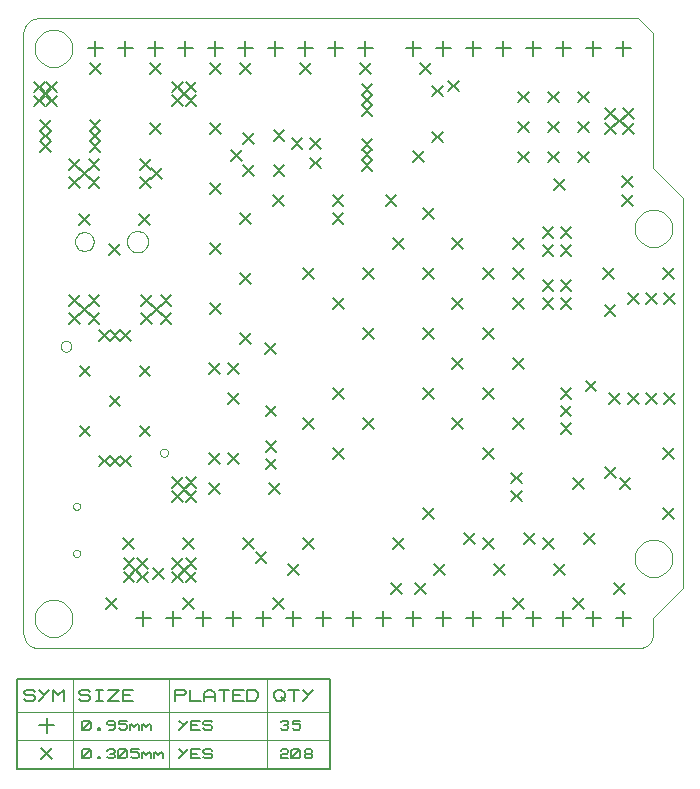
<source format=gbr>
G04 PROTEUS RS274X GERBER FILE*
%FSLAX45Y45*%
%MOMM*%
G01*
%ADD44C,0.127000*%
%ADD42C,0.025400*%
%ADD113C,0.063500*%
D44*
X+1734149Y+1653101D02*
X+1823951Y+1563299D01*
X+1734149Y+1563299D02*
X+1823951Y+1653101D01*
X+2049299Y+2054901D02*
X+2139101Y+1965099D01*
X+2049299Y+1965099D02*
X+2139101Y+2054901D01*
X+2049299Y+1754901D02*
X+2139101Y+1665099D01*
X+2049299Y+1665099D02*
X+2139101Y+1754901D01*
X+1734149Y+2161101D02*
X+1823951Y+2071299D01*
X+1734149Y+2071299D02*
X+1823951Y+2161101D01*
X+1574149Y+2415101D02*
X+1663951Y+2325299D01*
X+1574149Y+2325299D02*
X+1663951Y+2415101D01*
X+2049299Y+1604901D02*
X+2139101Y+1515099D01*
X+2049299Y+1515099D02*
X+2139101Y+1604901D01*
X+1315299Y+706851D02*
X+1405101Y+617049D01*
X+1315299Y+617049D02*
X+1405101Y+706851D01*
X+2863149Y+4685801D02*
X+2952951Y+4595999D01*
X+2863149Y+4595999D02*
X+2952951Y+4685801D01*
X+2269421Y+4317778D02*
X+2359223Y+4227976D01*
X+2269421Y+4227976D02*
X+2359223Y+4317778D01*
X+1860199Y+4361301D02*
X+1950001Y+4271499D01*
X+1860199Y+4271499D02*
X+1950001Y+4361301D01*
X+2863149Y+4596901D02*
X+2952951Y+4507099D01*
X+2863149Y+4507099D02*
X+2952951Y+4596901D01*
X+2863149Y+4774701D02*
X+2952951Y+4684899D01*
X+2863149Y+4684899D02*
X+2952951Y+4774701D01*
X+1315299Y+4739201D02*
X+1405101Y+4649399D01*
X+1315299Y+4649399D02*
X+1405101Y+4739201D01*
X+1372449Y+4682051D02*
X+1462251Y+4592249D01*
X+1372449Y+4592249D02*
X+1462251Y+4682051D01*
X+1258149Y+4682051D02*
X+1347951Y+4592249D01*
X+1258149Y+4592249D02*
X+1347951Y+4682051D01*
X+1258149Y+4796351D02*
X+1347951Y+4706549D01*
X+1258149Y+4706549D02*
X+1347951Y+4796351D01*
X+1372449Y+4796351D02*
X+1462251Y+4706549D01*
X+1372449Y+4706549D02*
X+1462251Y+4796351D01*
X+1315299Y+1389501D02*
X+1405101Y+1299699D01*
X+1315299Y+1299699D02*
X+1405101Y+1389501D01*
X+1372449Y+1332351D02*
X+1462251Y+1242549D01*
X+1372449Y+1242549D02*
X+1462251Y+1332351D01*
X+1258149Y+1332351D02*
X+1347951Y+1242549D01*
X+1258149Y+1242549D02*
X+1347951Y+1332351D01*
X+1258149Y+1446651D02*
X+1347951Y+1356849D01*
X+1258149Y+1356849D02*
X+1347951Y+1446651D01*
X+1372449Y+1446651D02*
X+1462251Y+1356849D01*
X+1372449Y+1356849D02*
X+1462251Y+1446651D01*
X+905299Y+706851D02*
X+995101Y+617049D01*
X+905299Y+617049D02*
X+995101Y+706851D01*
X+962449Y+764001D02*
X+1052251Y+674199D01*
X+962449Y+674199D02*
X+1052251Y+764001D01*
X+848149Y+764001D02*
X+937951Y+674199D01*
X+848149Y+674199D02*
X+937951Y+764001D01*
X+848149Y+649701D02*
X+937951Y+559899D01*
X+848149Y+559899D02*
X+937951Y+649701D01*
X+962449Y+649701D02*
X+1052251Y+559899D01*
X+962449Y+559899D02*
X+1052251Y+649701D01*
X+1258149Y+649701D02*
X+1347951Y+559899D01*
X+1258149Y+559899D02*
X+1347951Y+649701D01*
X+1372449Y+649701D02*
X+1462251Y+559899D01*
X+1372449Y+559899D02*
X+1462251Y+649701D01*
X+1372449Y+764001D02*
X+1462251Y+674199D01*
X+1372449Y+674199D02*
X+1462251Y+764001D01*
X+1258149Y+764001D02*
X+1347951Y+674199D01*
X+1258149Y+674199D02*
X+1347951Y+764001D01*
X+1758599Y+4217801D02*
X+1848401Y+4127999D01*
X+1758599Y+4127999D02*
X+1848401Y+4217801D01*
X+2426249Y+4317501D02*
X+2516051Y+4227699D01*
X+2426249Y+4227699D02*
X+2516051Y+4317501D01*
X+140149Y+4472501D02*
X+229951Y+4382699D01*
X+140149Y+4382699D02*
X+229951Y+4472501D01*
X+140149Y+4294701D02*
X+229951Y+4204899D01*
X+140149Y+4204899D02*
X+229951Y+4294701D01*
X+140149Y+4383601D02*
X+229951Y+4293799D01*
X+140149Y+4293799D02*
X+229951Y+4383601D01*
X+140149Y+4739201D02*
X+229951Y+4649399D01*
X+140149Y+4649399D02*
X+229951Y+4739201D01*
X+3461299Y+4762001D02*
X+3551101Y+4672199D01*
X+3461299Y+4672199D02*
X+3551101Y+4762001D01*
X+2241099Y+712901D02*
X+2330901Y+623099D01*
X+2241099Y+623099D02*
X+2330901Y+712901D01*
X+3594649Y+4806451D02*
X+3684451Y+4716649D01*
X+3594649Y+4716649D02*
X+3684451Y+4806451D01*
X+2426249Y+4152401D02*
X+2516051Y+4062599D01*
X+2426249Y+4062599D02*
X+2516051Y+4152401D01*
X+2618499Y+3834901D02*
X+2708301Y+3745099D01*
X+2618499Y+3745099D02*
X+2708301Y+3834901D01*
X+2120199Y+4386701D02*
X+2210001Y+4296899D01*
X+2120199Y+4296899D02*
X+2210001Y+4386701D01*
X+1860199Y+4088901D02*
X+1950001Y+3999099D01*
X+1860199Y+3999099D02*
X+1950001Y+4088901D01*
X+3314249Y+552901D02*
X+3404051Y+463099D01*
X+3314249Y+463099D02*
X+3404051Y+552901D01*
X+3068499Y+3834901D02*
X+3158301Y+3745099D01*
X+3068499Y+3745099D02*
X+3158301Y+3834901D01*
X+3987349Y+712901D02*
X+4077151Y+623099D01*
X+3987349Y+623099D02*
X+4077151Y+712901D01*
X+4240079Y+973271D02*
X+4329881Y+883469D01*
X+4240079Y+883469D02*
X+4329881Y+973271D01*
X+4495349Y+712901D02*
X+4585151Y+623099D01*
X+4495349Y+623099D02*
X+4585151Y+712901D01*
X+4748079Y+973271D02*
X+4837881Y+883469D01*
X+4748079Y+883469D02*
X+4837881Y+973271D01*
X+4927149Y+1532501D02*
X+5016951Y+1442699D01*
X+4927149Y+1442699D02*
X+5016951Y+1532501D01*
X+4494399Y+3969501D02*
X+4584201Y+3879699D01*
X+4494399Y+3879699D02*
X+4584201Y+3969501D01*
X+4548499Y+2204901D02*
X+4638301Y+2115099D01*
X+4548499Y+2115099D02*
X+4638301Y+2204901D01*
X+3732079Y+973271D02*
X+3821881Y+883469D01*
X+3732079Y+883469D02*
X+3821881Y+973271D01*
X+4548499Y+2054901D02*
X+4638301Y+1965099D01*
X+4548499Y+1965099D02*
X+4638301Y+2054901D01*
X+3479349Y+712901D02*
X+3569151Y+623099D01*
X+3479349Y+623099D02*
X+3569151Y+712901D01*
X+4548499Y+1904901D02*
X+4638301Y+1815099D01*
X+4548499Y+1815099D02*
X+4638301Y+1904901D01*
X+730149Y+2691101D02*
X+819951Y+2601299D01*
X+730149Y+2601299D02*
X+819951Y+2691101D01*
X+641249Y+2691101D02*
X+731051Y+2601299D01*
X+641249Y+2601299D02*
X+731051Y+2691101D01*
X+819049Y+2691101D02*
X+908851Y+2601299D01*
X+819049Y+2601299D02*
X+908851Y+2691101D01*
X+730149Y+1631101D02*
X+819951Y+1541299D01*
X+730149Y+1541299D02*
X+819951Y+1631101D01*
X+819049Y+1631101D02*
X+908851Y+1541299D01*
X+819049Y+1541299D02*
X+908851Y+1631101D01*
X+641249Y+1631101D02*
X+731051Y+1541299D01*
X+641249Y+1541299D02*
X+731051Y+1631101D01*
X+698399Y+424601D02*
X+788201Y+334799D01*
X+698399Y+334799D02*
X+788201Y+424601D01*
X+1352449Y+424601D02*
X+1442251Y+334799D01*
X+1352449Y+334799D02*
X+1442251Y+424601D01*
X+4548499Y+3114901D02*
X+4638301Y+3025099D01*
X+4548499Y+3025099D02*
X+4638301Y+3114901D01*
X+4396099Y+3114901D02*
X+4485901Y+3025099D01*
X+4396099Y+3025099D02*
X+4485901Y+3114901D01*
X+4548499Y+2964901D02*
X+4638301Y+2875099D01*
X+4548499Y+2875099D02*
X+4638301Y+2964901D01*
X+4396099Y+2964901D02*
X+4485901Y+2875099D01*
X+4396099Y+2875099D02*
X+4485901Y+2964901D01*
X+4548499Y+3414901D02*
X+4638301Y+3325099D01*
X+4548499Y+3325099D02*
X+4638301Y+3414901D01*
X+4396099Y+3414901D02*
X+4485901Y+3325099D01*
X+4396099Y+3325099D02*
X+4485901Y+3414901D01*
X+4548499Y+3564901D02*
X+4638301Y+3475099D01*
X+4548499Y+3475099D02*
X+4638301Y+3564901D01*
X+4396099Y+3564901D02*
X+4485901Y+3475099D01*
X+4396099Y+3475099D02*
X+4485901Y+3564901D01*
X+5270049Y+3007401D02*
X+5359851Y+2917599D01*
X+5270049Y+2917599D02*
X+5359851Y+3007401D01*
X+5117649Y+3007401D02*
X+5207451Y+2917599D01*
X+5117649Y+2917599D02*
X+5207451Y+3007401D01*
X+5422449Y+3007401D02*
X+5512251Y+2917599D01*
X+5422449Y+2917599D02*
X+5512251Y+3007401D01*
X+5270049Y+2162401D02*
X+5359851Y+2072599D01*
X+5270049Y+2072599D02*
X+5359851Y+2162401D01*
X+5422449Y+2162401D02*
X+5512251Y+2072599D01*
X+5422449Y+2072599D02*
X+5512251Y+2162401D01*
X+5117649Y+2162401D02*
X+5207451Y+2072599D01*
X+5117649Y+2072599D02*
X+5207451Y+2162401D01*
X+4760799Y+2266151D02*
X+4850601Y+2176349D01*
X+4760799Y+2176349D02*
X+4850601Y+2266151D01*
X+4958899Y+2162401D02*
X+5048701Y+2072599D01*
X+4958899Y+2072599D02*
X+5048701Y+2162401D01*
X+4920799Y+2903651D02*
X+5010601Y+2813849D01*
X+4920799Y+2813849D02*
X+5010601Y+2903651D01*
X+4128499Y+1335701D02*
X+4218301Y+1245899D01*
X+4128499Y+1245899D02*
X+4218301Y+1335701D01*
X+4128499Y+1488101D02*
X+4218301Y+1398299D01*
X+4128499Y+1398299D02*
X+4218301Y+1488101D01*
X+2618499Y+3682501D02*
X+2708301Y+3592699D01*
X+2618499Y+3592699D02*
X+2708301Y+3682501D01*
X+5067149Y+3836151D02*
X+5156951Y+3746349D01*
X+5067149Y+3746349D02*
X+5156951Y+3836151D01*
X+5067149Y+3994901D02*
X+5156951Y+3905099D01*
X+5067149Y+3905099D02*
X+5156951Y+3994901D01*
X+5002399Y+4509551D02*
X+5092201Y+4419749D01*
X+5002399Y+4419749D02*
X+5092201Y+4509551D01*
X+5079717Y+4573254D02*
X+5169519Y+4483452D01*
X+5079717Y+4483452D02*
X+5169519Y+4573254D01*
X+4926199Y+4573254D02*
X+5016001Y+4483452D01*
X+4926199Y+4483452D02*
X+5016001Y+4573254D01*
X+4926199Y+4446051D02*
X+5016001Y+4356249D01*
X+4926199Y+4356249D02*
X+5016001Y+4446051D01*
X+5078599Y+4446051D02*
X+5168401Y+4356249D01*
X+5078599Y+4356249D02*
X+5168401Y+4446051D01*
X+4443599Y+4457201D02*
X+4533401Y+4367399D01*
X+4443599Y+4367399D02*
X+4533401Y+4457201D01*
X+4697599Y+4711201D02*
X+4787401Y+4621399D01*
X+4697599Y+4621399D02*
X+4787401Y+4711201D01*
X+4443599Y+4711201D02*
X+4533401Y+4621399D01*
X+4443599Y+4621399D02*
X+4533401Y+4711201D01*
X+4189599Y+4711201D02*
X+4279401Y+4621399D01*
X+4189599Y+4621399D02*
X+4279401Y+4711201D01*
X+4189599Y+4457201D02*
X+4279401Y+4367399D01*
X+4189599Y+4367399D02*
X+4279401Y+4457201D01*
X+4189599Y+4203201D02*
X+4279401Y+4113399D01*
X+4189599Y+4113399D02*
X+4279401Y+4203201D01*
X+4443599Y+4203201D02*
X+4533401Y+4113399D01*
X+4443599Y+4113399D02*
X+4533401Y+4203201D01*
X+4697599Y+4203201D02*
X+4787401Y+4113399D01*
X+4697599Y+4113399D02*
X+4787401Y+4203201D01*
X+4697599Y+4457201D02*
X+4787401Y+4367399D01*
X+4697599Y+4367399D02*
X+4787401Y+4457201D01*
X+3461299Y+4374651D02*
X+3551101Y+4284849D01*
X+3461299Y+4284849D02*
X+3551101Y+4374651D01*
X+3301299Y+4209551D02*
X+3391101Y+4119749D01*
X+3301299Y+4119749D02*
X+3391101Y+4209551D01*
X+2863149Y+4225801D02*
X+2952951Y+4135999D01*
X+2863149Y+4135999D02*
X+2952951Y+4225801D01*
X+2863149Y+4134301D02*
X+2952951Y+4044499D01*
X+2863149Y+4044499D02*
X+2952951Y+4134301D01*
X+2863149Y+4312101D02*
X+2952951Y+4222299D01*
X+2863149Y+4222299D02*
X+2952951Y+4312101D01*
X+560149Y+4383601D02*
X+649951Y+4293799D01*
X+560149Y+4293799D02*
X+649951Y+4383601D01*
X+560149Y+4294701D02*
X+649951Y+4204899D01*
X+560149Y+4204899D02*
X+649951Y+4294701D01*
X+560149Y+4472501D02*
X+649951Y+4382699D01*
X+560149Y+4382699D02*
X+649951Y+4472501D01*
X+1079799Y+4063801D02*
X+1169601Y+3973999D01*
X+1079799Y+3973999D02*
X+1169601Y+4063801D01*
X+990899Y+4140001D02*
X+1080701Y+4050199D01*
X+990899Y+4050199D02*
X+1080701Y+4140001D01*
X+990899Y+3987601D02*
X+1080701Y+3897799D01*
X+990899Y+3897799D02*
X+1080701Y+3987601D01*
X+469799Y+4063801D02*
X+559601Y+3973999D01*
X+469799Y+3973999D02*
X+559601Y+4063801D01*
X+552349Y+3987601D02*
X+642151Y+3897799D01*
X+552349Y+3897799D02*
X+642151Y+3987601D01*
X+387249Y+3987601D02*
X+477051Y+3897799D01*
X+387249Y+3897799D02*
X+477051Y+3987601D01*
X+387249Y+4140001D02*
X+477051Y+4050199D01*
X+387249Y+4050199D02*
X+477051Y+4140001D01*
X+552349Y+4140001D02*
X+642151Y+4050199D01*
X+552349Y+4050199D02*
X+642151Y+4140001D01*
X+469799Y+2913801D02*
X+559601Y+2823999D01*
X+469799Y+2823999D02*
X+559601Y+2913801D01*
X+552349Y+2990001D02*
X+642151Y+2900199D01*
X+552349Y+2900199D02*
X+642151Y+2990001D01*
X+387249Y+2990001D02*
X+477051Y+2900199D01*
X+387249Y+2900199D02*
X+477051Y+2990001D01*
X+387249Y+2837601D02*
X+477051Y+2747799D01*
X+387249Y+2747799D02*
X+477051Y+2837601D01*
X+552349Y+2837601D02*
X+642151Y+2747799D01*
X+552349Y+2747799D02*
X+642151Y+2837601D01*
X+1079799Y+2913801D02*
X+1169601Y+2823999D01*
X+1079799Y+2823999D02*
X+1169601Y+2913801D01*
X+997249Y+2990001D02*
X+1087051Y+2900199D01*
X+997249Y+2900199D02*
X+1087051Y+2990001D01*
X+1162349Y+2990001D02*
X+1252151Y+2900199D01*
X+1162349Y+2900199D02*
X+1252151Y+2990001D01*
X+1162349Y+2837601D02*
X+1252151Y+2747799D01*
X+1162349Y+2747799D02*
X+1252151Y+2837601D01*
X+997249Y+2837601D02*
X+1087051Y+2747799D01*
X+997249Y+2747799D02*
X+1087051Y+2837601D01*
X+2114199Y+3834901D02*
X+2204001Y+3745099D01*
X+2114199Y+3745099D02*
X+2204001Y+3834901D01*
X+2120199Y+4088901D02*
X+2210001Y+3999099D01*
X+2120199Y+3999099D02*
X+2210001Y+4088901D01*
X+3111049Y+552901D02*
X+3200851Y+463099D01*
X+3111049Y+463099D02*
X+3200851Y+552901D01*
X+3130449Y+932601D02*
X+3220251Y+842799D01*
X+3130449Y+842799D02*
X+3220251Y+932601D01*
X+3384449Y+1186601D02*
X+3474251Y+1096799D01*
X+3384449Y+1096799D02*
X+3474251Y+1186601D01*
X+4146449Y+424601D02*
X+4236251Y+334799D01*
X+4146449Y+334799D02*
X+4236251Y+424601D01*
X+4654449Y+424601D02*
X+4744251Y+334799D01*
X+4654449Y+334799D02*
X+4744251Y+424601D01*
X+5003349Y+552901D02*
X+5093151Y+463099D01*
X+5003349Y+463099D02*
X+5093151Y+552901D01*
X+3892449Y+932601D02*
X+3982251Y+842799D01*
X+3892449Y+842799D02*
X+3982251Y+932601D01*
X+4400449Y+932601D02*
X+4490251Y+842799D01*
X+4400449Y+842799D02*
X+4490251Y+932601D01*
X+5416449Y+1186601D02*
X+5506251Y+1096799D01*
X+5416449Y+1096799D02*
X+5506251Y+1186601D01*
X+5416449Y+1694601D02*
X+5506251Y+1604799D01*
X+5416449Y+1604799D02*
X+5506251Y+1694601D01*
X+5048149Y+1440601D02*
X+5137951Y+1350799D01*
X+5048149Y+1350799D02*
X+5137951Y+1440601D01*
X+4654449Y+1440601D02*
X+4744251Y+1350799D01*
X+4654449Y+1350799D02*
X+4744251Y+1440601D01*
X+5416449Y+3218601D02*
X+5506251Y+3128799D01*
X+5416449Y+3128799D02*
X+5506251Y+3218601D01*
X+4908449Y+3218601D02*
X+4998251Y+3128799D01*
X+4908449Y+3128799D02*
X+4998251Y+3218601D01*
X+4146449Y+3472601D02*
X+4236251Y+3382799D01*
X+4146449Y+3382799D02*
X+4236251Y+3472601D01*
X+4146449Y+3218601D02*
X+4236251Y+3128799D01*
X+4146449Y+3128799D02*
X+4236251Y+3218601D01*
X+4146449Y+2964601D02*
X+4236251Y+2874799D01*
X+4146449Y+2874799D02*
X+4236251Y+2964601D01*
X+4146449Y+2456601D02*
X+4236251Y+2366799D01*
X+4146449Y+2366799D02*
X+4236251Y+2456601D01*
X+4146449Y+1948601D02*
X+4236251Y+1858799D01*
X+4146449Y+1858799D02*
X+4236251Y+1948601D01*
X+3892449Y+1694601D02*
X+3982251Y+1604799D01*
X+3892449Y+1604799D02*
X+3982251Y+1694601D01*
X+3892449Y+2202601D02*
X+3982251Y+2112799D01*
X+3892449Y+2112799D02*
X+3982251Y+2202601D01*
X+3892449Y+2710601D02*
X+3982251Y+2620799D01*
X+3892449Y+2620799D02*
X+3982251Y+2710601D01*
X+3892449Y+3218601D02*
X+3982251Y+3128799D01*
X+3892449Y+3128799D02*
X+3982251Y+3218601D01*
X+3632099Y+3472601D02*
X+3721901Y+3382799D01*
X+3632099Y+3382799D02*
X+3721901Y+3472601D01*
X+3632099Y+2964601D02*
X+3721901Y+2874799D01*
X+3632099Y+2874799D02*
X+3721901Y+2964601D01*
X+3632099Y+2456601D02*
X+3721901Y+2366799D01*
X+3632099Y+2366799D02*
X+3721901Y+2456601D01*
X+3632099Y+1948601D02*
X+3721901Y+1858799D01*
X+3632099Y+1858799D02*
X+3721901Y+1948601D01*
X+3384449Y+2202601D02*
X+3474251Y+2112799D01*
X+3384449Y+2112799D02*
X+3474251Y+2202601D01*
X+3384449Y+2710601D02*
X+3474251Y+2620799D01*
X+3384449Y+2620799D02*
X+3474251Y+2710601D01*
X+3384449Y+3726601D02*
X+3474251Y+3636799D01*
X+3384449Y+3636799D02*
X+3474251Y+3726601D01*
X+3384449Y+3218601D02*
X+3474251Y+3128799D01*
X+3384449Y+3128799D02*
X+3474251Y+3218601D01*
X+2876449Y+3218601D02*
X+2966251Y+3128799D01*
X+2876449Y+3128799D02*
X+2966251Y+3218601D01*
X+3130449Y+3472601D02*
X+3220251Y+3382799D01*
X+3130449Y+3382799D02*
X+3220251Y+3472601D01*
X+2876449Y+2710601D02*
X+2966251Y+2620799D01*
X+2876449Y+2620799D02*
X+2966251Y+2710601D01*
X+2622449Y+2964601D02*
X+2712251Y+2874799D01*
X+2622449Y+2874799D02*
X+2712251Y+2964601D01*
X+2876449Y+1948601D02*
X+2966251Y+1858799D01*
X+2876449Y+1858799D02*
X+2966251Y+1948601D01*
X+2622449Y+1694601D02*
X+2712251Y+1604799D01*
X+2622449Y+1604799D02*
X+2712251Y+1694601D01*
X+2368449Y+1948601D02*
X+2458251Y+1858799D01*
X+2368449Y+1858799D02*
X+2458251Y+1948601D01*
X+2622449Y+2202601D02*
X+2712251Y+2112799D01*
X+2622449Y+2112799D02*
X+2712251Y+2202601D01*
X+2044499Y+2584901D02*
X+2134301Y+2495099D01*
X+2044499Y+2495099D02*
X+2134301Y+2584901D01*
X+2368449Y+3218601D02*
X+2458251Y+3128799D01*
X+2368449Y+3128799D02*
X+2458251Y+3218601D01*
X+2342699Y+4953451D02*
X+2432501Y+4863649D01*
X+2342699Y+4863649D02*
X+2432501Y+4953451D01*
X+2850699Y+4953451D02*
X+2940501Y+4863649D01*
X+2850699Y+4863649D02*
X+2940501Y+4953451D01*
X+3358699Y+4953451D02*
X+3448501Y+4863649D01*
X+3358699Y+4863649D02*
X+3448501Y+4953451D01*
X+1072699Y+4953451D02*
X+1162501Y+4863649D01*
X+1072699Y+4863649D02*
X+1162501Y+4953451D01*
X+564699Y+4953451D02*
X+654501Y+4863649D01*
X+564699Y+4863649D02*
X+654501Y+4953451D01*
X+1072699Y+4445451D02*
X+1162501Y+4355649D01*
X+1072699Y+4355649D02*
X+1162501Y+4445451D01*
X+1580699Y+4445451D02*
X+1670501Y+4355649D01*
X+1580699Y+4355649D02*
X+1670501Y+4445451D01*
X+1580699Y+3937451D02*
X+1670501Y+3847649D01*
X+1580699Y+3847649D02*
X+1670501Y+3937451D01*
X+1834699Y+3683451D02*
X+1924501Y+3593649D01*
X+1834699Y+3593649D02*
X+1924501Y+3683451D01*
X+1580699Y+3429451D02*
X+1670501Y+3339649D01*
X+1580699Y+3339649D02*
X+1670501Y+3429451D01*
X+1834699Y+3175451D02*
X+1924501Y+3085649D01*
X+1834699Y+3085649D02*
X+1924501Y+3175451D01*
X+1580699Y+2921451D02*
X+1670501Y+2831649D01*
X+1580699Y+2831649D02*
X+1670501Y+2921451D01*
X+1834699Y+2667451D02*
X+1924501Y+2577649D01*
X+1834699Y+2577649D02*
X+1924501Y+2667451D01*
X+1734149Y+2415101D02*
X+1823951Y+2325299D01*
X+1734149Y+2325299D02*
X+1823951Y+2415101D01*
X+1574149Y+1399101D02*
X+1663951Y+1309299D01*
X+1574149Y+1309299D02*
X+1663951Y+1399101D01*
X+2082149Y+1399101D02*
X+2171951Y+1309299D01*
X+2082149Y+1309299D02*
X+2171951Y+1399101D01*
X+476149Y+1885101D02*
X+565951Y+1795299D01*
X+476149Y+1795299D02*
X+565951Y+1885101D01*
X+984149Y+1885101D02*
X+1073951Y+1795299D01*
X+984149Y+1795299D02*
X+1073951Y+1885101D01*
X+730149Y+2139101D02*
X+819951Y+2049299D01*
X+730149Y+2049299D02*
X+819951Y+2139101D01*
X+984149Y+2393101D02*
X+1073951Y+2303299D01*
X+984149Y+2303299D02*
X+1073951Y+2393101D01*
X+476149Y+2393101D02*
X+565951Y+2303299D01*
X+476149Y+2303299D02*
X+565951Y+2393101D01*
X+723799Y+3421801D02*
X+813601Y+3331999D01*
X+723799Y+3331999D02*
X+813601Y+3421801D01*
X+469799Y+3675801D02*
X+559601Y+3585999D01*
X+469799Y+3585999D02*
X+559601Y+3675801D01*
X+977799Y+3675801D02*
X+1067601Y+3585999D01*
X+977799Y+3585999D02*
X+1067601Y+3675801D01*
X+89349Y+4796351D02*
X+179151Y+4706549D01*
X+89349Y+4706549D02*
X+179151Y+4796351D01*
X+190949Y+4796351D02*
X+280751Y+4706549D01*
X+190949Y+4706549D02*
X+280751Y+4796351D01*
X+190949Y+4678876D02*
X+280751Y+4589074D01*
X+190949Y+4589074D02*
X+280751Y+4678876D01*
X+89349Y+4678876D02*
X+179151Y+4589074D01*
X+89349Y+4589074D02*
X+179151Y+4678876D01*
X+2114449Y+424601D02*
X+2204251Y+334799D01*
X+2114449Y+334799D02*
X+2204251Y+424601D01*
X+1574149Y+1653101D02*
X+1663951Y+1563299D01*
X+1574149Y+1563299D02*
X+1663951Y+1653101D01*
X+1098449Y+678601D02*
X+1188251Y+588799D01*
X+1098449Y+588799D02*
X+1188251Y+678601D01*
X+844449Y+932601D02*
X+934251Y+842799D01*
X+844449Y+842799D02*
X+934251Y+932601D01*
X+1352449Y+932601D02*
X+1442251Y+842799D01*
X+1352449Y+842799D02*
X+1442251Y+932601D01*
X+1860449Y+932601D02*
X+1950251Y+842799D01*
X+1860449Y+842799D02*
X+1950251Y+932601D01*
X+2368449Y+932601D02*
X+2458251Y+842799D01*
X+2368449Y+842799D02*
X+2458251Y+932601D01*
X+1966779Y+814521D02*
X+2056581Y+724719D01*
X+1966779Y+724719D02*
X+2056581Y+814521D01*
X+1834699Y+4953451D02*
X+1924501Y+4863649D01*
X+1834699Y+4863649D02*
X+1924501Y+4953451D01*
X+1580923Y+4953451D02*
X+1670725Y+4863649D01*
X+1580923Y+4863649D02*
X+1670725Y+4953451D01*
X+1016000Y+317500D02*
X+1016000Y+190500D01*
X+952500Y+254000D02*
X+1079500Y+254000D01*
X+1270000Y+317500D02*
X+1270000Y+190500D01*
X+1206500Y+254000D02*
X+1333500Y+254000D01*
X+1524000Y+317500D02*
X+1524000Y+190500D01*
X+1460500Y+254000D02*
X+1587500Y+254000D01*
X+1778000Y+317500D02*
X+1778000Y+190500D01*
X+1714500Y+254000D02*
X+1841500Y+254000D01*
X+2032000Y+317500D02*
X+2032000Y+190500D01*
X+1968500Y+254000D02*
X+2095500Y+254000D01*
X+2286000Y+317500D02*
X+2286000Y+190500D01*
X+2222500Y+254000D02*
X+2349500Y+254000D01*
X+2540000Y+317500D02*
X+2540000Y+190500D01*
X+2476500Y+254000D02*
X+2603500Y+254000D01*
X+2794000Y+317500D02*
X+2794000Y+190500D01*
X+2730500Y+254000D02*
X+2857500Y+254000D01*
X+3048000Y+317500D02*
X+3048000Y+190500D01*
X+2984500Y+254000D02*
X+3111500Y+254000D01*
X+3302000Y+317500D02*
X+3302000Y+190500D01*
X+3238500Y+254000D02*
X+3365500Y+254000D01*
X+3556000Y+317500D02*
X+3556000Y+190500D01*
X+3492500Y+254000D02*
X+3619500Y+254000D01*
X+3810000Y+317500D02*
X+3810000Y+190500D01*
X+3746500Y+254000D02*
X+3873500Y+254000D01*
X+4064000Y+317500D02*
X+4064000Y+190500D01*
X+4000500Y+254000D02*
X+4127500Y+254000D01*
X+4318000Y+317500D02*
X+4318000Y+190500D01*
X+4254500Y+254000D02*
X+4381500Y+254000D01*
X+4572000Y+317500D02*
X+4572000Y+190500D01*
X+4508500Y+254000D02*
X+4635500Y+254000D01*
X+4826000Y+317500D02*
X+4826000Y+190500D01*
X+4762500Y+254000D02*
X+4889500Y+254000D01*
X+5080000Y+317500D02*
X+5080000Y+190500D01*
X+5016500Y+254000D02*
X+5143500Y+254000D01*
X+609600Y+5143500D02*
X+609600Y+5016500D01*
X+546100Y+5080000D02*
X+673100Y+5080000D01*
X+863600Y+5143500D02*
X+863600Y+5016500D01*
X+800100Y+5080000D02*
X+927100Y+5080000D01*
X+1117600Y+5143500D02*
X+1117600Y+5016500D01*
X+1054100Y+5080000D02*
X+1181100Y+5080000D01*
X+1371600Y+5143500D02*
X+1371600Y+5016500D01*
X+1308100Y+5080000D02*
X+1435100Y+5080000D01*
X+1625600Y+5143500D02*
X+1625600Y+5016500D01*
X+1562100Y+5080000D02*
X+1689100Y+5080000D01*
X+1879600Y+5143500D02*
X+1879600Y+5016500D01*
X+1816100Y+5080000D02*
X+1943100Y+5080000D01*
X+2133600Y+5143500D02*
X+2133600Y+5016500D01*
X+2070100Y+5080000D02*
X+2197100Y+5080000D01*
X+2387600Y+5143500D02*
X+2387600Y+5016500D01*
X+2324100Y+5080000D02*
X+2451100Y+5080000D01*
X+2641600Y+5143500D02*
X+2641600Y+5016500D01*
X+2578100Y+5080000D02*
X+2705100Y+5080000D01*
X+2895600Y+5143500D02*
X+2895600Y+5016500D01*
X+2832100Y+5080000D02*
X+2959100Y+5080000D01*
X+3302000Y+5143500D02*
X+3302000Y+5016500D01*
X+3238500Y+5080000D02*
X+3365500Y+5080000D01*
X+3556000Y+5143500D02*
X+3556000Y+5016500D01*
X+3492500Y+5080000D02*
X+3619500Y+5080000D01*
X+3810000Y+5143500D02*
X+3810000Y+5016500D01*
X+3746500Y+5080000D02*
X+3873500Y+5080000D01*
X+4064000Y+5143500D02*
X+4064000Y+5016500D01*
X+4000500Y+5080000D02*
X+4127500Y+5080000D01*
X+4318000Y+5143500D02*
X+4318000Y+5016500D01*
X+4254500Y+5080000D02*
X+4381500Y+5080000D01*
X+4572000Y+5143500D02*
X+4572000Y+5016500D01*
X+4508500Y+5080000D02*
X+4635500Y+5080000D01*
X+4826000Y+5143500D02*
X+4826000Y+5016500D01*
X+4762500Y+5080000D02*
X+4889500Y+5080000D01*
X+5080000Y+5143500D02*
X+5080000Y+5016500D01*
X+5016500Y+5080000D02*
X+5143500Y+5080000D01*
D42*
X+5492750Y+762000D02*
X+5492220Y+774958D01*
X+5487916Y+800876D01*
X+5478925Y+826794D01*
X+5464280Y+852712D01*
X+5441876Y+878466D01*
X+5415958Y+897958D01*
X+5390040Y+910530D01*
X+5364122Y+917866D01*
X+5338204Y+920694D01*
X+5334000Y+920750D01*
X+5175250Y+762000D02*
X+5175780Y+774958D01*
X+5180084Y+800876D01*
X+5189075Y+826794D01*
X+5203720Y+852712D01*
X+5226124Y+878466D01*
X+5252042Y+897958D01*
X+5277960Y+910530D01*
X+5303878Y+917866D01*
X+5329796Y+920694D01*
X+5334000Y+920750D01*
X+5175250Y+762000D02*
X+5175780Y+749042D01*
X+5180084Y+723124D01*
X+5189075Y+697206D01*
X+5203720Y+671288D01*
X+5226124Y+645534D01*
X+5252042Y+626042D01*
X+5277960Y+613470D01*
X+5303878Y+606134D01*
X+5329796Y+603306D01*
X+5334000Y+603250D01*
X+5492750Y+762000D02*
X+5492220Y+749042D01*
X+5487916Y+723124D01*
X+5478925Y+697206D01*
X+5464280Y+671288D01*
X+5441876Y+645534D01*
X+5415958Y+626042D01*
X+5390040Y+613470D01*
X+5364122Y+606134D01*
X+5338204Y+603306D01*
X+5334000Y+603250D01*
X+5492750Y+3556000D02*
X+5492220Y+3568958D01*
X+5487916Y+3594876D01*
X+5478925Y+3620794D01*
X+5464280Y+3646712D01*
X+5441876Y+3672466D01*
X+5415958Y+3691958D01*
X+5390040Y+3704530D01*
X+5364122Y+3711866D01*
X+5338204Y+3714694D01*
X+5334000Y+3714750D01*
X+5175250Y+3556000D02*
X+5175780Y+3568958D01*
X+5180084Y+3594876D01*
X+5189075Y+3620794D01*
X+5203720Y+3646712D01*
X+5226124Y+3672466D01*
X+5252042Y+3691958D01*
X+5277960Y+3704530D01*
X+5303878Y+3711866D01*
X+5329796Y+3714694D01*
X+5334000Y+3714750D01*
X+5175250Y+3556000D02*
X+5175780Y+3543042D01*
X+5180084Y+3517124D01*
X+5189075Y+3491206D01*
X+5203720Y+3465288D01*
X+5226124Y+3439534D01*
X+5252042Y+3420042D01*
X+5277960Y+3407470D01*
X+5303878Y+3400134D01*
X+5329796Y+3397306D01*
X+5334000Y+3397250D01*
X+5492750Y+3556000D02*
X+5492220Y+3543042D01*
X+5487916Y+3517124D01*
X+5478925Y+3491206D01*
X+5464280Y+3465288D01*
X+5441876Y+3439534D01*
X+5415958Y+3420042D01*
X+5390040Y+3407470D01*
X+5364122Y+3400134D01*
X+5338204Y+3397306D01*
X+5334000Y+3397250D01*
X+412750Y+5080000D02*
X+412220Y+5092958D01*
X+407916Y+5118876D01*
X+398925Y+5144794D01*
X+384280Y+5170712D01*
X+361876Y+5196466D01*
X+335958Y+5215958D01*
X+310040Y+5228530D01*
X+284122Y+5235866D01*
X+258204Y+5238694D01*
X+254000Y+5238750D01*
X+95250Y+5080000D02*
X+95780Y+5092958D01*
X+100084Y+5118876D01*
X+109075Y+5144794D01*
X+123720Y+5170712D01*
X+146124Y+5196466D01*
X+172042Y+5215958D01*
X+197960Y+5228530D01*
X+223878Y+5235866D01*
X+249796Y+5238694D01*
X+254000Y+5238750D01*
X+95250Y+5080000D02*
X+95780Y+5067042D01*
X+100084Y+5041124D01*
X+109075Y+5015206D01*
X+123720Y+4989288D01*
X+146124Y+4963534D01*
X+172042Y+4944042D01*
X+197960Y+4931470D01*
X+223878Y+4924134D01*
X+249796Y+4921306D01*
X+254000Y+4921250D01*
X+412750Y+5080000D02*
X+412220Y+5067042D01*
X+407916Y+5041124D01*
X+398925Y+5015206D01*
X+384280Y+4989288D01*
X+361876Y+4963534D01*
X+335958Y+4944042D01*
X+310040Y+4931470D01*
X+284122Y+4924134D01*
X+258204Y+4921306D01*
X+254000Y+4921250D01*
X+412750Y+254000D02*
X+412220Y+266958D01*
X+407916Y+292876D01*
X+398925Y+318794D01*
X+384280Y+344712D01*
X+361876Y+370466D01*
X+335958Y+389958D01*
X+310040Y+402530D01*
X+284122Y+409866D01*
X+258204Y+412694D01*
X+254000Y+412750D01*
X+95250Y+254000D02*
X+95780Y+266958D01*
X+100084Y+292876D01*
X+109075Y+318794D01*
X+123720Y+344712D01*
X+146124Y+370466D01*
X+172042Y+389958D01*
X+197960Y+402530D01*
X+223878Y+409866D01*
X+249796Y+412694D01*
X+254000Y+412750D01*
X+95250Y+254000D02*
X+95780Y+241042D01*
X+100084Y+215124D01*
X+109075Y+189206D01*
X+123720Y+163288D01*
X+146124Y+137534D01*
X+172042Y+118042D01*
X+197960Y+105470D01*
X+223878Y+98134D01*
X+249796Y+95306D01*
X+254000Y+95250D01*
X+412750Y+254000D02*
X+412220Y+241042D01*
X+407916Y+215124D01*
X+398925Y+189206D01*
X+384280Y+163288D01*
X+361876Y+137534D01*
X+335958Y+118042D01*
X+310040Y+105470D01*
X+284122Y+98134D01*
X+258204Y+95306D01*
X+254000Y+95250D01*
X+0Y+127000D02*
X+2527Y+101032D01*
X+9798Y+77018D01*
X+21348Y+55423D01*
X+36711Y+36711D01*
X+55423Y+21347D01*
X+77018Y+9798D01*
X+101032Y+2527D01*
X+127000Y+0D01*
X+5207000Y+0D01*
X+5232967Y+2527D01*
X+5256981Y+9798D01*
X+5278577Y+21347D01*
X+5297289Y+36711D01*
X+5312652Y+55423D01*
X+5324202Y+77018D01*
X+5331473Y+101032D01*
X+5334000Y+127000D01*
X+5334000Y+254000D01*
X+5588000Y+508000D01*
X+5588000Y+3810000D01*
X+5334000Y+4064000D01*
X+5334000Y+5207000D01*
X+5207000Y+5334000D01*
X+127000Y+5334000D01*
X+101032Y+5331473D01*
X+77018Y+5324202D01*
X+55423Y+5312652D01*
X+36711Y+5297289D01*
X+21348Y+5278577D01*
X+9798Y+5256981D01*
X+2527Y+5232967D01*
X+0Y+5207000D01*
X+0Y+127000D01*
X+480300Y+803300D02*
X+480197Y+805789D01*
X+479355Y+810769D01*
X+477595Y+815749D01*
X+474718Y+820729D01*
X+470317Y+825645D01*
X+465337Y+829259D01*
X+460357Y+831564D01*
X+455377Y+832867D01*
X+450397Y+833300D01*
X+450300Y+833300D01*
X+420300Y+803300D02*
X+420403Y+805789D01*
X+421245Y+810769D01*
X+423005Y+815749D01*
X+425882Y+820729D01*
X+430283Y+825645D01*
X+435263Y+829259D01*
X+440243Y+831564D01*
X+445223Y+832867D01*
X+450203Y+833300D01*
X+450300Y+833300D01*
X+420300Y+803300D02*
X+420403Y+800811D01*
X+421245Y+795831D01*
X+423005Y+790851D01*
X+425882Y+785871D01*
X+430283Y+780955D01*
X+435263Y+777341D01*
X+440243Y+775036D01*
X+445223Y+773733D01*
X+450203Y+773300D01*
X+450300Y+773300D01*
X+480300Y+803300D02*
X+480197Y+800811D01*
X+479355Y+795831D01*
X+477595Y+790851D01*
X+474718Y+785871D01*
X+470317Y+780955D01*
X+465337Y+777341D01*
X+460357Y+775036D01*
X+455377Y+773733D01*
X+450397Y+773300D01*
X+450300Y+773300D01*
X+480300Y+1203300D02*
X+480197Y+1205789D01*
X+479355Y+1210769D01*
X+477595Y+1215749D01*
X+474718Y+1220729D01*
X+470317Y+1225645D01*
X+465337Y+1229259D01*
X+460357Y+1231564D01*
X+455377Y+1232867D01*
X+450397Y+1233300D01*
X+450300Y+1233300D01*
X+420300Y+1203300D02*
X+420403Y+1205789D01*
X+421245Y+1210769D01*
X+423005Y+1215749D01*
X+425882Y+1220729D01*
X+430283Y+1225645D01*
X+435263Y+1229259D01*
X+440243Y+1231564D01*
X+445223Y+1232867D01*
X+450203Y+1233300D01*
X+450300Y+1233300D01*
X+420300Y+1203300D02*
X+420403Y+1200811D01*
X+421245Y+1195831D01*
X+423005Y+1190851D01*
X+425882Y+1185871D01*
X+430283Y+1180955D01*
X+435263Y+1177341D01*
X+440243Y+1175036D01*
X+445223Y+1173733D01*
X+450203Y+1173300D01*
X+450300Y+1173300D01*
X+480300Y+1203300D02*
X+480197Y+1200811D01*
X+479355Y+1195831D01*
X+477595Y+1190851D01*
X+474718Y+1185871D01*
X+470317Y+1180955D01*
X+465337Y+1177341D01*
X+460357Y+1175036D01*
X+455377Y+1173733D01*
X+450397Y+1173300D01*
X+450300Y+1173300D01*
X+594700Y+3443900D02*
X+594428Y+3450496D01*
X+592214Y+3463690D01*
X+587584Y+3476884D01*
X+580027Y+3490078D01*
X+568465Y+3503140D01*
X+555271Y+3512849D01*
X+542077Y+3519070D01*
X+528883Y+3522633D01*
X+515689Y+3523894D01*
X+514700Y+3523900D01*
X+434700Y+3443900D02*
X+434972Y+3450496D01*
X+437186Y+3463690D01*
X+441816Y+3476884D01*
X+449373Y+3490078D01*
X+460935Y+3503140D01*
X+474129Y+3512849D01*
X+487323Y+3519070D01*
X+500517Y+3522633D01*
X+513711Y+3523894D01*
X+514700Y+3523900D01*
X+434700Y+3443900D02*
X+434972Y+3437304D01*
X+437186Y+3424110D01*
X+441816Y+3410916D01*
X+449373Y+3397722D01*
X+460935Y+3384660D01*
X+474129Y+3374951D01*
X+487323Y+3368730D01*
X+500517Y+3365167D01*
X+513711Y+3363906D01*
X+514700Y+3363900D01*
X+594700Y+3443900D02*
X+594428Y+3437304D01*
X+592214Y+3424110D01*
X+587584Y+3410916D01*
X+580027Y+3397722D01*
X+568465Y+3384660D01*
X+555271Y+3374951D01*
X+542077Y+3368730D01*
X+528883Y+3365167D01*
X+515689Y+3363906D01*
X+514700Y+3363900D01*
X+1054700Y+3443900D02*
X+1054394Y+3451311D01*
X+1051910Y+3466135D01*
X+1046716Y+3480959D01*
X+1038240Y+3495783D01*
X+1025272Y+3510466D01*
X+1010448Y+3521406D01*
X+995624Y+3528420D01*
X+980800Y+3532448D01*
X+965976Y+3533891D01*
X+964700Y+3533900D01*
X+874700Y+3443900D02*
X+875006Y+3451311D01*
X+877490Y+3466135D01*
X+882684Y+3480959D01*
X+891160Y+3495783D01*
X+904128Y+3510466D01*
X+918952Y+3521406D01*
X+933776Y+3528420D01*
X+948600Y+3532448D01*
X+963424Y+3533891D01*
X+964700Y+3533900D01*
X+874700Y+3443900D02*
X+875006Y+3436489D01*
X+877490Y+3421665D01*
X+882684Y+3406841D01*
X+891160Y+3392017D01*
X+904128Y+3377334D01*
X+918952Y+3366394D01*
X+933776Y+3359380D01*
X+948600Y+3355352D01*
X+963424Y+3353909D01*
X+964700Y+3353900D01*
X+1054700Y+3443900D02*
X+1054394Y+3436489D01*
X+1051910Y+3421665D01*
X+1046716Y+3406841D01*
X+1038240Y+3392017D01*
X+1025272Y+3377334D01*
X+1010448Y+3366394D01*
X+995624Y+3359380D01*
X+980800Y+3355352D01*
X+965976Y+3353909D01*
X+964700Y+3353900D01*
X+1225050Y+1656200D02*
X+1224929Y+1659102D01*
X+1223949Y+1664908D01*
X+1221899Y+1670714D01*
X+1218547Y+1676520D01*
X+1213421Y+1682254D01*
X+1207615Y+1686473D01*
X+1201809Y+1689166D01*
X+1196003Y+1690690D01*
X+1190197Y+1691200D01*
X+1190050Y+1691200D01*
X+1155050Y+1656200D02*
X+1155171Y+1659102D01*
X+1156151Y+1664908D01*
X+1158201Y+1670714D01*
X+1161553Y+1676520D01*
X+1166679Y+1682254D01*
X+1172485Y+1686473D01*
X+1178291Y+1689166D01*
X+1184097Y+1690690D01*
X+1189903Y+1691200D01*
X+1190050Y+1691200D01*
X+1155050Y+1656200D02*
X+1155171Y+1653298D01*
X+1156151Y+1647492D01*
X+1158201Y+1641686D01*
X+1161553Y+1635880D01*
X+1166679Y+1630146D01*
X+1172485Y+1625927D01*
X+1178291Y+1623234D01*
X+1184097Y+1621710D01*
X+1189903Y+1621200D01*
X+1190050Y+1621200D01*
X+1225050Y+1656200D02*
X+1224929Y+1653298D01*
X+1223949Y+1647492D01*
X+1221899Y+1641686D01*
X+1218547Y+1635880D01*
X+1213421Y+1630146D01*
X+1207615Y+1625927D01*
X+1201809Y+1623234D01*
X+1196003Y+1621710D01*
X+1190197Y+1621200D01*
X+1190050Y+1621200D01*
X+405050Y+2556200D02*
X+404895Y+2559927D01*
X+403639Y+2567382D01*
X+401009Y+2574837D01*
X+396713Y+2582292D01*
X+390143Y+2589658D01*
X+382688Y+2595091D01*
X+375233Y+2598561D01*
X+367778Y+2600531D01*
X+360323Y+2601199D01*
X+360050Y+2601200D01*
X+315050Y+2556200D02*
X+315205Y+2559927D01*
X+316461Y+2567382D01*
X+319091Y+2574837D01*
X+323387Y+2582292D01*
X+329957Y+2589658D01*
X+337412Y+2595091D01*
X+344867Y+2598561D01*
X+352322Y+2600531D01*
X+359777Y+2601199D01*
X+360050Y+2601200D01*
X+315050Y+2556200D02*
X+315205Y+2552473D01*
X+316461Y+2545018D01*
X+319091Y+2537563D01*
X+323387Y+2530108D01*
X+329957Y+2522742D01*
X+337412Y+2517309D01*
X+344867Y+2513839D01*
X+352322Y+2511869D01*
X+359777Y+2511201D01*
X+360050Y+2511200D01*
X+405050Y+2556200D02*
X+404895Y+2552473D01*
X+403639Y+2545018D01*
X+401009Y+2537563D01*
X+396713Y+2530108D01*
X+390143Y+2522742D01*
X+382688Y+2517309D01*
X+375233Y+2513839D01*
X+367778Y+2511869D01*
X+360323Y+2511201D01*
X+360050Y+2511200D01*
D44*
X-51050Y-1025525D02*
X+2593090Y-1025525D01*
X+2593090Y-263525D01*
X-51050Y-263525D01*
X-51050Y-1025525D01*
D113*
X+416312Y-263525D02*
X+416312Y-1025525D01*
X+1229112Y-263525D02*
X+1229112Y-1025525D01*
X+2062232Y-263525D02*
X+2062232Y-1025525D01*
X-51050Y-536575D02*
X+2593090Y-536575D01*
X-51050Y-777875D02*
X+2593090Y-777875D01*
D44*
X+6100Y-427355D02*
X+21340Y-442595D01*
X+82300Y-442595D01*
X+97540Y-427355D01*
X+97540Y-412115D01*
X+82300Y-396875D01*
X+21340Y-396875D01*
X+6100Y-381635D01*
X+6100Y-366395D01*
X+21340Y-351155D01*
X+82300Y-351155D01*
X+97540Y-366395D01*
X+219460Y-351155D02*
X+128020Y-442595D01*
X+128020Y-351155D02*
X+173740Y-396875D01*
X+249940Y-442595D02*
X+249940Y-351155D01*
X+295660Y-396875D01*
X+341380Y-351155D01*
X+341380Y-442595D01*
X+473460Y-427355D02*
X+488700Y-442595D01*
X+549660Y-442595D01*
X+564900Y-427355D01*
X+564900Y-412115D01*
X+549660Y-396875D01*
X+488700Y-396875D01*
X+473460Y-381635D01*
X+473460Y-366395D01*
X+488700Y-351155D01*
X+549660Y-351155D01*
X+564900Y-366395D01*
X+610620Y-351155D02*
X+671580Y-351155D01*
X+641100Y-351155D02*
X+641100Y-442595D01*
X+610620Y-442595D02*
X+671580Y-442595D01*
X+717300Y-351155D02*
X+808740Y-351155D01*
X+717300Y-442595D01*
X+808740Y-442595D01*
X+930660Y-442595D02*
X+839220Y-442595D01*
X+839220Y-351155D01*
X+930660Y-351155D01*
X+839220Y-396875D02*
X+900180Y-396875D01*
X+1286260Y-442595D02*
X+1286260Y-351155D01*
X+1362460Y-351155D01*
X+1377700Y-366395D01*
X+1377700Y-381635D01*
X+1362460Y-396875D01*
X+1286260Y-396875D01*
X+1408180Y-351155D02*
X+1408180Y-442595D01*
X+1499620Y-442595D01*
X+1530100Y-442595D02*
X+1530100Y-381635D01*
X+1560580Y-351155D01*
X+1591060Y-351155D01*
X+1621540Y-381635D01*
X+1621540Y-442595D01*
X+1530100Y-412115D02*
X+1621540Y-412115D01*
X+1652020Y-351155D02*
X+1743460Y-351155D01*
X+1697740Y-351155D02*
X+1697740Y-442595D01*
X+1865380Y-442595D02*
X+1773940Y-442595D01*
X+1773940Y-351155D01*
X+1865380Y-351155D01*
X+1773940Y-396875D02*
X+1834900Y-396875D01*
X+1895860Y-442595D02*
X+1895860Y-351155D01*
X+1956820Y-351155D01*
X+1987300Y-381635D01*
X+1987300Y-412115D01*
X+1956820Y-442595D01*
X+1895860Y-442595D01*
X+2119380Y-381635D02*
X+2149860Y-351155D01*
X+2180340Y-351155D01*
X+2210820Y-381635D01*
X+2210820Y-412115D01*
X+2180340Y-442595D01*
X+2149860Y-442595D01*
X+2119380Y-412115D01*
X+2119380Y-381635D01*
X+2180340Y-412115D02*
X+2210820Y-442595D01*
X+2241300Y-351155D02*
X+2332740Y-351155D01*
X+2287020Y-351155D02*
X+2287020Y-442595D01*
X+2454660Y-351155D02*
X+2363220Y-442595D01*
X+2363220Y-351155D02*
X+2408940Y-396875D01*
X+195330Y-587375D02*
X+195330Y-714375D01*
X+131830Y-650875D02*
X+258830Y-650875D01*
X+492510Y-676275D02*
X+492510Y-625475D01*
X+505210Y-612775D01*
X+556010Y-612775D01*
X+568710Y-625475D01*
X+568710Y-676275D01*
X+556010Y-688975D01*
X+505210Y-688975D01*
X+492510Y-676275D01*
X+492510Y-688975D02*
X+568710Y-612775D01*
X+632210Y-676275D02*
X+644910Y-676275D01*
X+644910Y-688975D01*
X+632210Y-688975D01*
X+632210Y-676275D01*
X+771910Y-638175D02*
X+759210Y-650875D01*
X+721110Y-650875D01*
X+708410Y-638175D01*
X+708410Y-625475D01*
X+721110Y-612775D01*
X+759210Y-612775D01*
X+771910Y-625475D01*
X+771910Y-676275D01*
X+759210Y-688975D01*
X+721110Y-688975D01*
X+873510Y-612775D02*
X+810010Y-612775D01*
X+810010Y-638175D01*
X+860810Y-638175D01*
X+873510Y-650875D01*
X+873510Y-676275D01*
X+860810Y-688975D01*
X+822710Y-688975D01*
X+810010Y-676275D01*
X+898910Y-688975D02*
X+898910Y-638175D01*
X+898910Y-650875D02*
X+911610Y-638175D01*
X+937010Y-663575D01*
X+962410Y-638175D01*
X+975110Y-650875D01*
X+975110Y-688975D01*
X+1000510Y-688975D02*
X+1000510Y-638175D01*
X+1000510Y-650875D02*
X+1013210Y-638175D01*
X+1038610Y-663575D01*
X+1064010Y-638175D01*
X+1076710Y-650875D01*
X+1076710Y-688975D01*
X+1394210Y-612775D02*
X+1318010Y-688975D01*
X+1318010Y-612775D02*
X+1356110Y-650875D01*
X+1495810Y-688975D02*
X+1419610Y-688975D01*
X+1419610Y-612775D01*
X+1495810Y-612775D01*
X+1419610Y-650875D02*
X+1470410Y-650875D01*
X+1521210Y-676275D02*
X+1533910Y-688975D01*
X+1584710Y-688975D01*
X+1597410Y-676275D01*
X+1597410Y-663575D01*
X+1584710Y-650875D01*
X+1533910Y-650875D01*
X+1521210Y-638175D01*
X+1521210Y-625475D01*
X+1533910Y-612775D01*
X+1584710Y-612775D01*
X+1597410Y-625475D01*
X+2176530Y-625475D02*
X+2189230Y-612775D01*
X+2227330Y-612775D01*
X+2240030Y-625475D01*
X+2240030Y-638175D01*
X+2227330Y-650875D01*
X+2240030Y-663575D01*
X+2240030Y-676275D01*
X+2227330Y-688975D01*
X+2189230Y-688975D01*
X+2176530Y-676275D01*
X+2201930Y-650875D02*
X+2227330Y-650875D01*
X+2341630Y-612775D02*
X+2278130Y-612775D01*
X+2278130Y-638175D01*
X+2328930Y-638175D01*
X+2341630Y-650875D01*
X+2341630Y-676275D01*
X+2328930Y-688975D01*
X+2290830Y-688975D01*
X+2278130Y-676275D01*
X+150429Y-847274D02*
X+240231Y-937076D01*
X+150429Y-937076D02*
X+240231Y-847274D01*
X+492510Y-917575D02*
X+492510Y-866775D01*
X+505210Y-854075D01*
X+556010Y-854075D01*
X+568710Y-866775D01*
X+568710Y-917575D01*
X+556010Y-930275D01*
X+505210Y-930275D01*
X+492510Y-917575D01*
X+492510Y-930275D02*
X+568710Y-854075D01*
X+632210Y-917575D02*
X+644910Y-917575D01*
X+644910Y-930275D01*
X+632210Y-930275D01*
X+632210Y-917575D01*
X+708410Y-866775D02*
X+721110Y-854075D01*
X+759210Y-854075D01*
X+771910Y-866775D01*
X+771910Y-879475D01*
X+759210Y-892175D01*
X+771910Y-904875D01*
X+771910Y-917575D01*
X+759210Y-930275D01*
X+721110Y-930275D01*
X+708410Y-917575D01*
X+733810Y-892175D02*
X+759210Y-892175D01*
X+797310Y-917575D02*
X+797310Y-866775D01*
X+810010Y-854075D01*
X+860810Y-854075D01*
X+873510Y-866775D01*
X+873510Y-917575D01*
X+860810Y-930275D01*
X+810010Y-930275D01*
X+797310Y-917575D01*
X+797310Y-930275D02*
X+873510Y-854075D01*
X+975110Y-854075D02*
X+911610Y-854075D01*
X+911610Y-879475D01*
X+962410Y-879475D01*
X+975110Y-892175D01*
X+975110Y-917575D01*
X+962410Y-930275D01*
X+924310Y-930275D01*
X+911610Y-917575D01*
X+1000510Y-930275D02*
X+1000510Y-879475D01*
X+1000510Y-892175D02*
X+1013210Y-879475D01*
X+1038610Y-904875D01*
X+1064010Y-879475D01*
X+1076710Y-892175D01*
X+1076710Y-930275D01*
X+1102110Y-930275D02*
X+1102110Y-879475D01*
X+1102110Y-892175D02*
X+1114810Y-879475D01*
X+1140210Y-904875D01*
X+1165610Y-879475D01*
X+1178310Y-892175D01*
X+1178310Y-930275D01*
X+1394210Y-854075D02*
X+1318010Y-930275D01*
X+1318010Y-854075D02*
X+1356110Y-892175D01*
X+1495810Y-930275D02*
X+1419610Y-930275D01*
X+1419610Y-854075D01*
X+1495810Y-854075D01*
X+1419610Y-892175D02*
X+1470410Y-892175D01*
X+1521210Y-917575D02*
X+1533910Y-930275D01*
X+1584710Y-930275D01*
X+1597410Y-917575D01*
X+1597410Y-904875D01*
X+1584710Y-892175D01*
X+1533910Y-892175D01*
X+1521210Y-879475D01*
X+1521210Y-866775D01*
X+1533910Y-854075D01*
X+1584710Y-854075D01*
X+1597410Y-866775D01*
X+2176530Y-866775D02*
X+2189230Y-854075D01*
X+2227330Y-854075D01*
X+2240030Y-866775D01*
X+2240030Y-879475D01*
X+2227330Y-892175D01*
X+2189230Y-892175D01*
X+2176530Y-904875D01*
X+2176530Y-930275D01*
X+2240030Y-930275D01*
X+2265430Y-917575D02*
X+2265430Y-866775D01*
X+2278130Y-854075D01*
X+2328930Y-854075D01*
X+2341630Y-866775D01*
X+2341630Y-917575D01*
X+2328930Y-930275D01*
X+2278130Y-930275D01*
X+2265430Y-917575D01*
X+2265430Y-930275D02*
X+2341630Y-854075D01*
X+2392430Y-892175D02*
X+2379730Y-879475D01*
X+2379730Y-866775D01*
X+2392430Y-854075D01*
X+2430530Y-854075D01*
X+2443230Y-866775D01*
X+2443230Y-879475D01*
X+2430530Y-892175D01*
X+2392430Y-892175D01*
X+2379730Y-904875D01*
X+2379730Y-917575D01*
X+2392430Y-930275D01*
X+2430530Y-930275D01*
X+2443230Y-917575D01*
X+2443230Y-904875D01*
X+2430530Y-892175D01*
M02*

</source>
